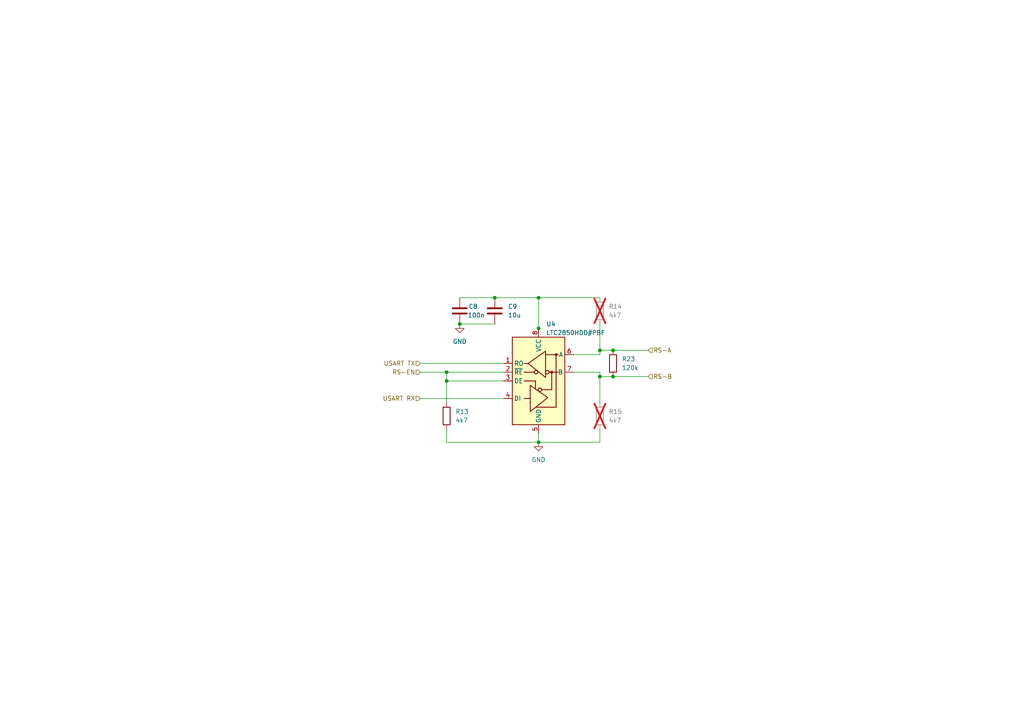
<source format=kicad_sch>
(kicad_sch (version 20231120) (generator "eeschema") (generator_version "8.0")
  (paper "A4")
  (title_block (date "2024-04-18") (rev "V1") (comment 1 "22619291") (comment 2 "DP Theron"))
  (lib_symbols
    (symbol "Device:C" (pin_numbers hide) (pin_names (offset 0.254))
      (property "Reference" "C" (at 0.635 2.54 0))
      (property "Value" "C" (at 0.635 -2.54 0))
      (symbol "C_0_1"
        (polyline (pts (xy -2.032 -0.762) (xy 2.032 -0.762)) (stroke (width 0.508)))
        (polyline (pts (xy -2.032 0.762) (xy 2.032 0.762)) (stroke (width 0.508)))
      )
      (symbol "C_1_1"
        (pin passive line (at 0 3.81 270) (length 2.794) (name "~") (number "1"))
        (pin passive line (at 0 -3.81 90) (length 2.794) (name "~") (number "2"))
      )
    )
    (symbol "Device:R" (pin_numbers hide) (pin_names (offset 0))
      (property "Reference" "R" (at 2.032 0 90))
      (property "Value" "R" (at 0 0 90))
      (symbol "R_0_1"
        (rectangle (start -1.016 -2.54) (end 1.016 2.54) (stroke (width 0.254)))
      )
      (symbol "R_1_1"
        (pin passive line (at 0 3.81 270) (length 1.27) (name "~") (number "1"))
        (pin passive line (at 0 -3.81 90) (length 1.27) (name "~") (number "2"))
      )
    )
    (symbol "ESL_PQ:LTC2850xS8"
      (property "Reference" "U2" (at 2.1941 17.78 0))
      (property "Value" "MAX485ESA+T" (at 2.1941 15.24 0))
      (symbol "LTC2850xS8_0_1"
        (rectangle (start -7.62 12.7) (end 7.62 -12.7) (stroke (width 0.254)) (fill (type background)))
        (polyline (pts (xy -4.191 2.54) (xy -1.27 2.54)) (stroke (width 0.254)))
        (polyline (pts (xy -2.54 -5.08) (xy -4.191 -5.08)) (stroke (width 0.254)))
        (polyline (pts (xy -0.635 -7.62) (xy 5.08 -7.62)) (stroke (width 0.254)))
        (polyline (pts (xy 0.889 -2.54) (xy 3.81 -2.54)) (stroke (width 0.254)))
        (polyline (pts (xy 2.032 7.62) (xy 5.715 7.62)) (stroke (width 0.254)))
        (polyline (pts (xy 3.048 2.54) (xy 5.715 2.54)) (stroke (width 0.254)))
        (polyline (pts (xy 3.81 -2.54) (xy 3.81 2.54)) (stroke (width 0.254)))
        (polyline (pts (xy 5.08 -7.62) (xy 5.08 7.62)) (stroke (width 0.254)))
        (polyline (pts (xy -4.191 0) (xy -0.889 0) (xy -0.889 -2.286)) (stroke (width 0.254)))
        (polyline (pts (xy -3.175 5.08) (xy -4.191 5.08) (xy -4.064 5.08)) (stroke (width 0.254)))
        (polyline (pts (xy -2.413 -5.08) (xy -2.413 -1.27) (xy 2.667 -4.826) (xy -2.413 -8.89) (xy -2.413 -5.08)) (stroke (width 0.254)))
        (circle (center 0.381 -2.54) (radius 0.508) (stroke (width 0.254)))
        (circle (center 3.81 2.54) (radius 0.2794) (stroke (width 0.254)) (fill (type outline)))
      )
      (symbol "LTC2850xS8_1_1"
        (circle (center -0.762 2.54) (radius 0.508) (stroke (width 0.254)))
        (polyline (pts (xy 2.032 4.826) (xy 2.032 8.636) (xy -3.048 5.08) (xy 2.032 1.016) (xy 2.032 4.826)) (stroke (width 0.254)))
        (circle (center 2.54 2.54) (radius 0.508) (stroke (width 0.254)))
        (circle (center 5.08 7.62) (radius 0.2794) (stroke (width 0.254)) (fill (type outline)))
        (pin output line (at -10.16 5.08 0) (length 2.54) (name "RO") (number "1"))
        (pin input line (at -10.16 2.54 0) (length 2.54) (name "~{RE}") (number "2"))
        (pin input line (at -10.16 0 0) (length 2.54) (name "DE") (number "3"))
        (pin input line (at -10.16 -5.08 0) (length 2.54) (name "DI") (number "4"))
        (pin power_in line (at 0 -15.24 90) (length 2.54) (name "GND") (number "5"))
        (pin bidirectional line (at 10.16 7.62 180) (length 2.54) (name "A") (number "6"))
        (pin bidirectional line (at 10.16 2.54 180) (length 2.54) (name "B") (number "7"))
        (pin power_in line (at 0 15.24 270) (length 2.54) (name "VCC") (number "8"))
      )
    )
    (symbol "power:GND" (power) (pin_names (offset 0))
      (property "Value" "GND" (at 0 -3.81 0))
      (symbol "GND_0_1"
        (polyline (pts (xy 0 0) (xy 0 -1.27) (xy 1.27 -1.27) (xy 0 -2.54) (xy -1.27 -1.27) (xy 0 -1.27)))
      )
      (symbol "GND_1_1"
        (pin power_in line (at 0 0 270) (length 0) hide (name "GND") (number "1"))
      )
    )
  )
  (junction (at 129.54 107.95))
  (junction (at 133.35 93.98))
  (junction (at 177.8 101.6))
  (junction (at 156.21 128.27))
  (junction (at 156.21 95.25))
  (junction (at 173.99 109.22))
  (junction (at 143.51 86.36))
  (junction (at 156.21 86.36))
  (junction (at 129.54 110.49))
  (junction (at 173.99 101.6))
  (junction (at 177.8 109.22))
  (wire (pts (xy 156.21 86.36) (xy 143.51 86.36)))
  (wire (pts (xy 177.8 101.6) (xy 173.99 101.6)))
  (wire (pts (xy 173.99 109.22) (xy 173.99 116.84)))
  (wire (pts (xy 156.21 96.52) (xy 156.21 95.25)))
  (wire (pts (xy 146.05 110.49) (xy 129.54 110.49)))
  (wire (pts (xy 156.21 128.27) (xy 173.99 128.27)))
  (wire (pts (xy 121.92 107.95) (xy 129.54 107.95)))
  (wire (pts (xy 129.54 124.46) (xy 129.54 128.27)))
  (wire (pts (xy 177.8 101.6) (xy 187.96 101.6)))
  (wire (pts (xy 173.99 107.95) (xy 166.37 107.95)))
  (wire (pts (xy 121.92 115.57) (xy 146.05 115.57)))
  (wire (pts (xy 177.8 109.22) (xy 187.96 109.22)))
  (wire (pts (xy 173.99 86.36) (xy 156.21 86.36)))
  (wire (pts (xy 133.35 93.98) (xy 143.51 93.98)))
  (wire (pts (xy 173.99 109.22) (xy 173.99 107.95)))
  (wire (pts (xy 156.21 86.36) (xy 156.21 95.25)))
  (wire (pts (xy 129.54 107.95) (xy 146.05 107.95)))
  (wire (pts (xy 129.54 110.49) (xy 129.54 116.84)))
  (wire (pts (xy 173.99 93.98) (xy 173.99 101.6)))
  (wire (pts (xy 129.54 128.27) (xy 156.21 128.27)))
  (wire (pts (xy 173.99 102.87) (xy 166.37 102.87)))
  (wire (pts (xy 133.35 86.36) (xy 143.51 86.36)))
  (wire (pts (xy 156.21 125.73) (xy 156.21 128.27)))
  (wire (pts (xy 173.99 101.6) (xy 173.99 102.87)))
  (wire (pts (xy 129.54 110.49) (xy 129.54 107.95)))
  (wire (pts (xy 121.92 105.41) (xy 146.05 105.41)))
  (wire (pts (xy 177.8 109.22) (xy 173.99 109.22)))
  (wire (pts (xy 173.99 128.27) (xy 173.99 124.46)))
  (hierarchical_label "RS-EN" (shape input) (at 121.92 107.95 180))
  (hierarchical_label "USART TX" (shape input) (at 121.92 105.41 180))
  (hierarchical_label "RS-B" (shape input) (at 187.96 109.22 0))
  (hierarchical_label "USART RX" (shape input) (at 121.92 115.57 180))
  (hierarchical_label "RS-A" (shape input) (at 187.96 101.6 0))
  (symbol (lib_id "ESL_PQ:LTC2850xS8") (at 156.21 110.49 0) (unit 1)
    (property "Reference" "U4" (at 158.4041 93.98 0) (effects (justify left)))
    (property "Value" "LTC2850HDD#PBF" (at 158.4041 96.52 0) (effects (justify left)))
    (property "Footprint" "Skripsie:DFN-8-1EP_3x3mm_P0.5mm_EP1.65x2.38mm" (effects (hide yes)))
    (property "Description" "transceiver 2.5Mbps 1/1 SOIC-8 RS-485/RS-422 ICs ROHS" (effects (hide yes)))
    (property "JLCPCB #" "C682732" (effects (hide yes)))
  )
  (symbol (lib_id "Device:R") (at 129.54 120.65 0) (unit 1)
    (property "Reference" "R13" (at 132.08 119.3799 0) (effects (justify left)))
    (property "Value" "4k7" (at 132.08 121.9199 0) (effects (justify left)))
    (property "Footprint" "Resistor_SMD:R_0603_1608Metric" (effects (hide yes)))
    (property "Description" "Resistor" (effects (hide yes)))
    (property "JLCPCB #" "C25765" (effects (hide yes)))
  )
  (symbol (lib_id "Device:C") (at 133.35 90.17 0) (unit 1)
    (property "Reference" "C8" (at 135.89 88.9 0) (effects (justify left)))
    (property "Value" "100n" (at 135.636 91.44 0) (effects (justify left)))
    (property "Footprint" "Capacitor_SMD:C_0603_1608Metric" (effects (hide yes)))
    (property "Description" "Unpolarized capacitor" (effects (hide yes)))
    (property "JLCPCB #" "C85953" (effects (hide yes)))
  )
  (symbol (lib_id "Device:R") (at 173.99 120.65 0) (unit 1) (dnp yes)
    (property "Reference" "R15" (at 176.53 119.3799 0) (effects (justify left)))
    (property "Value" "4k7" (at 176.53 121.9199 0) (effects (justify left)))
    (property "Footprint" "Resistor_SMD:R_0603_1608Metric" (effects (hide yes)))
    (property "Description" "Resistor" (effects (hide yes)))
    (property "JLCPCB #" "C25765" (effects (hide yes)))
  )
  (symbol (lib_id "Device:C") (at 143.51 90.17 0) (unit 1)
    (property "Reference" "C9" (at 147.32 88.8999 0) (effects (justify left)))
    (property "Value" "10u" (at 147.32 91.4399 0) (effects (justify left)))
    (property "Footprint" "Capacitor_SMD:C_0603_1608Metric" (effects (hide yes)))
    (property "Description" "Unpolarized capacitor" (effects (hide yes)))
    (property "JLCPCB #" "C668351" (effects (hide yes)))
  )
  (symbol (lib_id "Device:R") (at 173.99 90.17 0) (unit 1) (dnp yes)
    (property "Reference" "R14" (at 176.53 88.8999 0) (effects (justify left)))
    (property "Value" "4k7" (at 176.53 91.4399 0) (effects (justify left)))
    (property "Footprint" "Resistor_SMD:R_0603_1608Metric" (effects (hide yes)))
    (property "Description" "Resistor" (effects (hide yes)))
    (property "JLCPCB #" "C25765" (effects (hide yes)))
  )
  (symbol (lib_id "Device:R") (at 177.8 105.41 0) (unit 1)
    (property "Reference" "R23" (at 180.34 104.1399 0) (effects (justify left)))
    (property "Value" "120k" (at 180.34 106.6799 0) (effects (justify left)))
    (property "Footprint" "Resistor_SMD:R_0603_1608Metric" (effects (hide yes)))
    (property "Description" "Resistor" (effects (hide yes)))
    (property "JLCPCB #" "C423316" (effects (hide yes)))
  )
  (symbol (lib_id "power:GND") (at 133.35 93.98 0) (unit 1)
    (property "Reference" "#PWR016" (effects (hide yes)))
    (property "Value" "GND" (at 133.35 99.06 0))
    (property "Description" "Power symbol creates a global label with name \"GND\" , ground" (effects (hide yes)))
  )
  (symbol (lib_id "power:GND") (at 156.21 128.27 0) (unit 1)
    (property "Reference" "#PWR024" (effects (hide yes)))
    (property "Value" "GND" (at 156.21 133.35 0))
    (property "Description" "Power symbol creates a global label with name \"GND\" , ground" (effects (hide yes)))
  )
)
</source>
